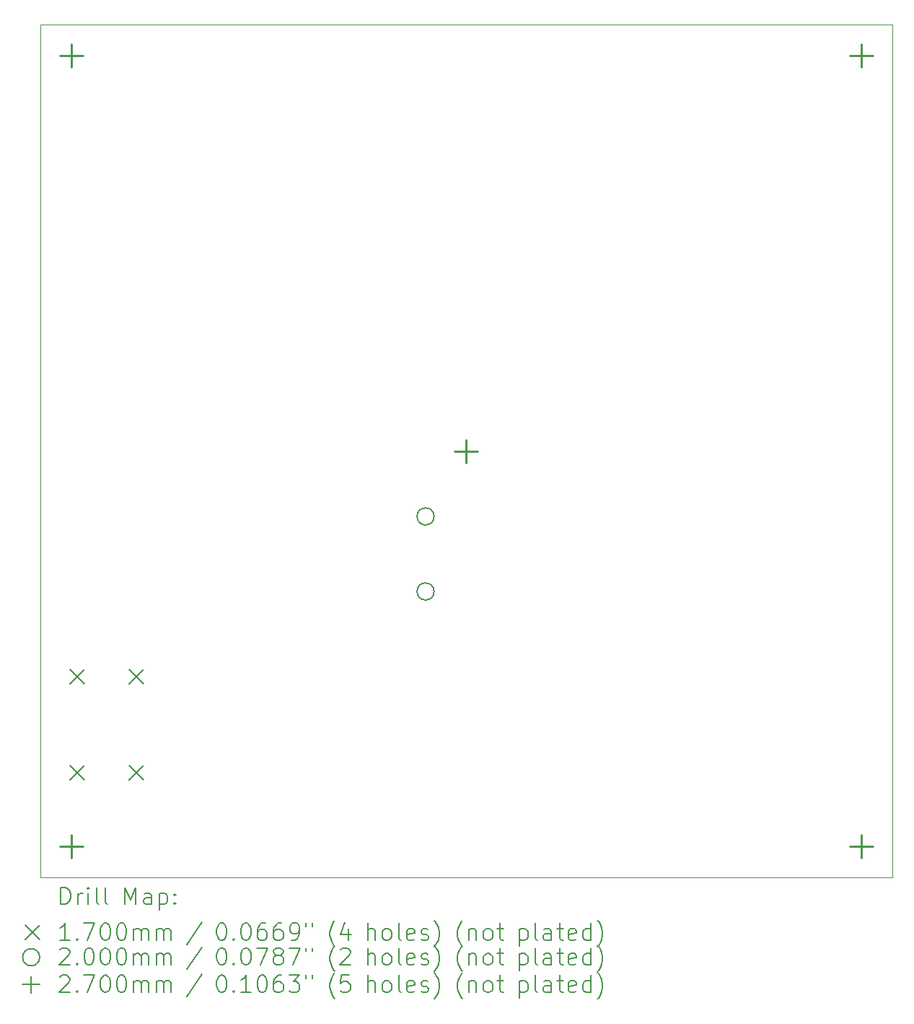
<source format=gbr>
%FSLAX45Y45*%
G04 Gerber Fmt 4.5, Leading zero omitted, Abs format (unit mm)*
G04 Created by KiCad (PCBNEW (6.99.0-1115-g98f4b1d16c)) date 2022-03-31 00:19:27*
%MOMM*%
%LPD*%
G01*
G04 APERTURE LIST*
%TA.AperFunction,Profile*%
%ADD10C,0.100000*%
%TD*%
%ADD11C,0.200000*%
%ADD12C,0.170000*%
%ADD13C,0.270000*%
G04 APERTURE END LIST*
D10*
X3763000Y-3763000D02*
X13763000Y-3763000D01*
X13763000Y-3763000D02*
X13763000Y-13763000D01*
X13763000Y-13763000D02*
X3763000Y-13763000D01*
X3763000Y-13763000D02*
X3763000Y-3763000D01*
D11*
D12*
X4110000Y-11319600D02*
X4280000Y-11489600D01*
X4280000Y-11319600D02*
X4110000Y-11489600D01*
X4110000Y-12449900D02*
X4280000Y-12619900D01*
X4280000Y-12449900D02*
X4110000Y-12619900D01*
X4810000Y-11319600D02*
X4980000Y-11489600D01*
X4980000Y-11319600D02*
X4810000Y-11489600D01*
X4810000Y-12449900D02*
X4980000Y-12619900D01*
X4980000Y-12449900D02*
X4810000Y-12619900D01*
D11*
X8387000Y-9529500D02*
G75*
G03*
X8387000Y-9529500I-100000J0D01*
G01*
X8387000Y-10409500D02*
G75*
G03*
X8387000Y-10409500I-100000J0D01*
G01*
D13*
X4127500Y-3992500D02*
X4127500Y-4262500D01*
X3992500Y-4127500D02*
X4262500Y-4127500D01*
X4127500Y-13263500D02*
X4127500Y-13533500D01*
X3992500Y-13398500D02*
X4262500Y-13398500D01*
X8763000Y-8628000D02*
X8763000Y-8898000D01*
X8628000Y-8763000D02*
X8898000Y-8763000D01*
X13398500Y-3992500D02*
X13398500Y-4262500D01*
X13263500Y-4127500D02*
X13533500Y-4127500D01*
X13398500Y-13263500D02*
X13398500Y-13533500D01*
X13263500Y-13398500D02*
X13533500Y-13398500D01*
D11*
X4005619Y-14078476D02*
X4005619Y-13878476D01*
X4005619Y-13878476D02*
X4053238Y-13878476D01*
X4053238Y-13878476D02*
X4081809Y-13888000D01*
X4081809Y-13888000D02*
X4100857Y-13907048D01*
X4100857Y-13907048D02*
X4110381Y-13926095D01*
X4110381Y-13926095D02*
X4119905Y-13964190D01*
X4119905Y-13964190D02*
X4119905Y-13992762D01*
X4119905Y-13992762D02*
X4110381Y-14030857D01*
X4110381Y-14030857D02*
X4100857Y-14049905D01*
X4100857Y-14049905D02*
X4081809Y-14068952D01*
X4081809Y-14068952D02*
X4053238Y-14078476D01*
X4053238Y-14078476D02*
X4005619Y-14078476D01*
X4205619Y-14078476D02*
X4205619Y-13945143D01*
X4205619Y-13983238D02*
X4215143Y-13964190D01*
X4215143Y-13964190D02*
X4224667Y-13954667D01*
X4224667Y-13954667D02*
X4243714Y-13945143D01*
X4243714Y-13945143D02*
X4262762Y-13945143D01*
X4329429Y-14078476D02*
X4329429Y-13945143D01*
X4329429Y-13878476D02*
X4319905Y-13888000D01*
X4319905Y-13888000D02*
X4329429Y-13897524D01*
X4329429Y-13897524D02*
X4338952Y-13888000D01*
X4338952Y-13888000D02*
X4329429Y-13878476D01*
X4329429Y-13878476D02*
X4329429Y-13897524D01*
X4453238Y-14078476D02*
X4434190Y-14068952D01*
X4434190Y-14068952D02*
X4424667Y-14049905D01*
X4424667Y-14049905D02*
X4424667Y-13878476D01*
X4558000Y-14078476D02*
X4538952Y-14068952D01*
X4538952Y-14068952D02*
X4529429Y-14049905D01*
X4529429Y-14049905D02*
X4529429Y-13878476D01*
X4754190Y-14078476D02*
X4754190Y-13878476D01*
X4754190Y-13878476D02*
X4820857Y-14021333D01*
X4820857Y-14021333D02*
X4887524Y-13878476D01*
X4887524Y-13878476D02*
X4887524Y-14078476D01*
X5068476Y-14078476D02*
X5068476Y-13973714D01*
X5068476Y-13973714D02*
X5058952Y-13954667D01*
X5058952Y-13954667D02*
X5039905Y-13945143D01*
X5039905Y-13945143D02*
X5001809Y-13945143D01*
X5001809Y-13945143D02*
X4982762Y-13954667D01*
X5068476Y-14068952D02*
X5049429Y-14078476D01*
X5049429Y-14078476D02*
X5001809Y-14078476D01*
X5001809Y-14078476D02*
X4982762Y-14068952D01*
X4982762Y-14068952D02*
X4973238Y-14049905D01*
X4973238Y-14049905D02*
X4973238Y-14030857D01*
X4973238Y-14030857D02*
X4982762Y-14011809D01*
X4982762Y-14011809D02*
X5001809Y-14002286D01*
X5001809Y-14002286D02*
X5049429Y-14002286D01*
X5049429Y-14002286D02*
X5068476Y-13992762D01*
X5163714Y-13945143D02*
X5163714Y-14145143D01*
X5163714Y-13954667D02*
X5182762Y-13945143D01*
X5182762Y-13945143D02*
X5220857Y-13945143D01*
X5220857Y-13945143D02*
X5239905Y-13954667D01*
X5239905Y-13954667D02*
X5249429Y-13964190D01*
X5249429Y-13964190D02*
X5258952Y-13983238D01*
X5258952Y-13983238D02*
X5258952Y-14040381D01*
X5258952Y-14040381D02*
X5249429Y-14059428D01*
X5249429Y-14059428D02*
X5239905Y-14068952D01*
X5239905Y-14068952D02*
X5220857Y-14078476D01*
X5220857Y-14078476D02*
X5182762Y-14078476D01*
X5182762Y-14078476D02*
X5163714Y-14068952D01*
X5344667Y-14059428D02*
X5354190Y-14068952D01*
X5354190Y-14068952D02*
X5344667Y-14078476D01*
X5344667Y-14078476D02*
X5335143Y-14068952D01*
X5335143Y-14068952D02*
X5344667Y-14059428D01*
X5344667Y-14059428D02*
X5344667Y-14078476D01*
X5344667Y-13954667D02*
X5354190Y-13964190D01*
X5354190Y-13964190D02*
X5344667Y-13973714D01*
X5344667Y-13973714D02*
X5335143Y-13964190D01*
X5335143Y-13964190D02*
X5344667Y-13954667D01*
X5344667Y-13954667D02*
X5344667Y-13973714D01*
D12*
X3588000Y-14323000D02*
X3758000Y-14493000D01*
X3758000Y-14323000D02*
X3588000Y-14493000D01*
D11*
X4110381Y-14498476D02*
X3996095Y-14498476D01*
X4053238Y-14498476D02*
X4053238Y-14298476D01*
X4053238Y-14298476D02*
X4034190Y-14327048D01*
X4034190Y-14327048D02*
X4015143Y-14346095D01*
X4015143Y-14346095D02*
X3996095Y-14355619D01*
X4196095Y-14479428D02*
X4205619Y-14488952D01*
X4205619Y-14488952D02*
X4196095Y-14498476D01*
X4196095Y-14498476D02*
X4186571Y-14488952D01*
X4186571Y-14488952D02*
X4196095Y-14479428D01*
X4196095Y-14479428D02*
X4196095Y-14498476D01*
X4272286Y-14298476D02*
X4405619Y-14298476D01*
X4405619Y-14298476D02*
X4319905Y-14498476D01*
X4519905Y-14298476D02*
X4538952Y-14298476D01*
X4538952Y-14298476D02*
X4558000Y-14308000D01*
X4558000Y-14308000D02*
X4567524Y-14317524D01*
X4567524Y-14317524D02*
X4577048Y-14336571D01*
X4577048Y-14336571D02*
X4586571Y-14374667D01*
X4586571Y-14374667D02*
X4586571Y-14422286D01*
X4586571Y-14422286D02*
X4577048Y-14460381D01*
X4577048Y-14460381D02*
X4567524Y-14479428D01*
X4567524Y-14479428D02*
X4558000Y-14488952D01*
X4558000Y-14488952D02*
X4538952Y-14498476D01*
X4538952Y-14498476D02*
X4519905Y-14498476D01*
X4519905Y-14498476D02*
X4500857Y-14488952D01*
X4500857Y-14488952D02*
X4491333Y-14479428D01*
X4491333Y-14479428D02*
X4481810Y-14460381D01*
X4481810Y-14460381D02*
X4472286Y-14422286D01*
X4472286Y-14422286D02*
X4472286Y-14374667D01*
X4472286Y-14374667D02*
X4481810Y-14336571D01*
X4481810Y-14336571D02*
X4491333Y-14317524D01*
X4491333Y-14317524D02*
X4500857Y-14308000D01*
X4500857Y-14308000D02*
X4519905Y-14298476D01*
X4710381Y-14298476D02*
X4729429Y-14298476D01*
X4729429Y-14298476D02*
X4748476Y-14308000D01*
X4748476Y-14308000D02*
X4758000Y-14317524D01*
X4758000Y-14317524D02*
X4767524Y-14336571D01*
X4767524Y-14336571D02*
X4777048Y-14374667D01*
X4777048Y-14374667D02*
X4777048Y-14422286D01*
X4777048Y-14422286D02*
X4767524Y-14460381D01*
X4767524Y-14460381D02*
X4758000Y-14479428D01*
X4758000Y-14479428D02*
X4748476Y-14488952D01*
X4748476Y-14488952D02*
X4729429Y-14498476D01*
X4729429Y-14498476D02*
X4710381Y-14498476D01*
X4710381Y-14498476D02*
X4691333Y-14488952D01*
X4691333Y-14488952D02*
X4681810Y-14479428D01*
X4681810Y-14479428D02*
X4672286Y-14460381D01*
X4672286Y-14460381D02*
X4662762Y-14422286D01*
X4662762Y-14422286D02*
X4662762Y-14374667D01*
X4662762Y-14374667D02*
X4672286Y-14336571D01*
X4672286Y-14336571D02*
X4681810Y-14317524D01*
X4681810Y-14317524D02*
X4691333Y-14308000D01*
X4691333Y-14308000D02*
X4710381Y-14298476D01*
X4862762Y-14498476D02*
X4862762Y-14365143D01*
X4862762Y-14384190D02*
X4872286Y-14374667D01*
X4872286Y-14374667D02*
X4891333Y-14365143D01*
X4891333Y-14365143D02*
X4919905Y-14365143D01*
X4919905Y-14365143D02*
X4938952Y-14374667D01*
X4938952Y-14374667D02*
X4948476Y-14393714D01*
X4948476Y-14393714D02*
X4948476Y-14498476D01*
X4948476Y-14393714D02*
X4958000Y-14374667D01*
X4958000Y-14374667D02*
X4977048Y-14365143D01*
X4977048Y-14365143D02*
X5005619Y-14365143D01*
X5005619Y-14365143D02*
X5024667Y-14374667D01*
X5024667Y-14374667D02*
X5034191Y-14393714D01*
X5034191Y-14393714D02*
X5034191Y-14498476D01*
X5129429Y-14498476D02*
X5129429Y-14365143D01*
X5129429Y-14384190D02*
X5138952Y-14374667D01*
X5138952Y-14374667D02*
X5158000Y-14365143D01*
X5158000Y-14365143D02*
X5186572Y-14365143D01*
X5186572Y-14365143D02*
X5205619Y-14374667D01*
X5205619Y-14374667D02*
X5215143Y-14393714D01*
X5215143Y-14393714D02*
X5215143Y-14498476D01*
X5215143Y-14393714D02*
X5224667Y-14374667D01*
X5224667Y-14374667D02*
X5243714Y-14365143D01*
X5243714Y-14365143D02*
X5272286Y-14365143D01*
X5272286Y-14365143D02*
X5291333Y-14374667D01*
X5291333Y-14374667D02*
X5300857Y-14393714D01*
X5300857Y-14393714D02*
X5300857Y-14498476D01*
X5658952Y-14288952D02*
X5487524Y-14546095D01*
X5883714Y-14298476D02*
X5902762Y-14298476D01*
X5902762Y-14298476D02*
X5921810Y-14308000D01*
X5921810Y-14308000D02*
X5931333Y-14317524D01*
X5931333Y-14317524D02*
X5940857Y-14336571D01*
X5940857Y-14336571D02*
X5950381Y-14374667D01*
X5950381Y-14374667D02*
X5950381Y-14422286D01*
X5950381Y-14422286D02*
X5940857Y-14460381D01*
X5940857Y-14460381D02*
X5931333Y-14479428D01*
X5931333Y-14479428D02*
X5921810Y-14488952D01*
X5921810Y-14488952D02*
X5902762Y-14498476D01*
X5902762Y-14498476D02*
X5883714Y-14498476D01*
X5883714Y-14498476D02*
X5864667Y-14488952D01*
X5864667Y-14488952D02*
X5855143Y-14479428D01*
X5855143Y-14479428D02*
X5845619Y-14460381D01*
X5845619Y-14460381D02*
X5836095Y-14422286D01*
X5836095Y-14422286D02*
X5836095Y-14374667D01*
X5836095Y-14374667D02*
X5845619Y-14336571D01*
X5845619Y-14336571D02*
X5855143Y-14317524D01*
X5855143Y-14317524D02*
X5864667Y-14308000D01*
X5864667Y-14308000D02*
X5883714Y-14298476D01*
X6036095Y-14479428D02*
X6045619Y-14488952D01*
X6045619Y-14488952D02*
X6036095Y-14498476D01*
X6036095Y-14498476D02*
X6026571Y-14488952D01*
X6026571Y-14488952D02*
X6036095Y-14479428D01*
X6036095Y-14479428D02*
X6036095Y-14498476D01*
X6169429Y-14298476D02*
X6188476Y-14298476D01*
X6188476Y-14298476D02*
X6207524Y-14308000D01*
X6207524Y-14308000D02*
X6217048Y-14317524D01*
X6217048Y-14317524D02*
X6226571Y-14336571D01*
X6226571Y-14336571D02*
X6236095Y-14374667D01*
X6236095Y-14374667D02*
X6236095Y-14422286D01*
X6236095Y-14422286D02*
X6226571Y-14460381D01*
X6226571Y-14460381D02*
X6217048Y-14479428D01*
X6217048Y-14479428D02*
X6207524Y-14488952D01*
X6207524Y-14488952D02*
X6188476Y-14498476D01*
X6188476Y-14498476D02*
X6169429Y-14498476D01*
X6169429Y-14498476D02*
X6150381Y-14488952D01*
X6150381Y-14488952D02*
X6140857Y-14479428D01*
X6140857Y-14479428D02*
X6131333Y-14460381D01*
X6131333Y-14460381D02*
X6121810Y-14422286D01*
X6121810Y-14422286D02*
X6121810Y-14374667D01*
X6121810Y-14374667D02*
X6131333Y-14336571D01*
X6131333Y-14336571D02*
X6140857Y-14317524D01*
X6140857Y-14317524D02*
X6150381Y-14308000D01*
X6150381Y-14308000D02*
X6169429Y-14298476D01*
X6407524Y-14298476D02*
X6369429Y-14298476D01*
X6369429Y-14298476D02*
X6350381Y-14308000D01*
X6350381Y-14308000D02*
X6340857Y-14317524D01*
X6340857Y-14317524D02*
X6321810Y-14346095D01*
X6321810Y-14346095D02*
X6312286Y-14384190D01*
X6312286Y-14384190D02*
X6312286Y-14460381D01*
X6312286Y-14460381D02*
X6321810Y-14479428D01*
X6321810Y-14479428D02*
X6331333Y-14488952D01*
X6331333Y-14488952D02*
X6350381Y-14498476D01*
X6350381Y-14498476D02*
X6388476Y-14498476D01*
X6388476Y-14498476D02*
X6407524Y-14488952D01*
X6407524Y-14488952D02*
X6417048Y-14479428D01*
X6417048Y-14479428D02*
X6426571Y-14460381D01*
X6426571Y-14460381D02*
X6426571Y-14412762D01*
X6426571Y-14412762D02*
X6417048Y-14393714D01*
X6417048Y-14393714D02*
X6407524Y-14384190D01*
X6407524Y-14384190D02*
X6388476Y-14374667D01*
X6388476Y-14374667D02*
X6350381Y-14374667D01*
X6350381Y-14374667D02*
X6331333Y-14384190D01*
X6331333Y-14384190D02*
X6321810Y-14393714D01*
X6321810Y-14393714D02*
X6312286Y-14412762D01*
X6598000Y-14298476D02*
X6559905Y-14298476D01*
X6559905Y-14298476D02*
X6540857Y-14308000D01*
X6540857Y-14308000D02*
X6531333Y-14317524D01*
X6531333Y-14317524D02*
X6512286Y-14346095D01*
X6512286Y-14346095D02*
X6502762Y-14384190D01*
X6502762Y-14384190D02*
X6502762Y-14460381D01*
X6502762Y-14460381D02*
X6512286Y-14479428D01*
X6512286Y-14479428D02*
X6521810Y-14488952D01*
X6521810Y-14488952D02*
X6540857Y-14498476D01*
X6540857Y-14498476D02*
X6578952Y-14498476D01*
X6578952Y-14498476D02*
X6598000Y-14488952D01*
X6598000Y-14488952D02*
X6607524Y-14479428D01*
X6607524Y-14479428D02*
X6617048Y-14460381D01*
X6617048Y-14460381D02*
X6617048Y-14412762D01*
X6617048Y-14412762D02*
X6607524Y-14393714D01*
X6607524Y-14393714D02*
X6598000Y-14384190D01*
X6598000Y-14384190D02*
X6578952Y-14374667D01*
X6578952Y-14374667D02*
X6540857Y-14374667D01*
X6540857Y-14374667D02*
X6521810Y-14384190D01*
X6521810Y-14384190D02*
X6512286Y-14393714D01*
X6512286Y-14393714D02*
X6502762Y-14412762D01*
X6712286Y-14498476D02*
X6750381Y-14498476D01*
X6750381Y-14498476D02*
X6769429Y-14488952D01*
X6769429Y-14488952D02*
X6778952Y-14479428D01*
X6778952Y-14479428D02*
X6798000Y-14450857D01*
X6798000Y-14450857D02*
X6807524Y-14412762D01*
X6807524Y-14412762D02*
X6807524Y-14336571D01*
X6807524Y-14336571D02*
X6798000Y-14317524D01*
X6798000Y-14317524D02*
X6788476Y-14308000D01*
X6788476Y-14308000D02*
X6769429Y-14298476D01*
X6769429Y-14298476D02*
X6731333Y-14298476D01*
X6731333Y-14298476D02*
X6712286Y-14308000D01*
X6712286Y-14308000D02*
X6702762Y-14317524D01*
X6702762Y-14317524D02*
X6693238Y-14336571D01*
X6693238Y-14336571D02*
X6693238Y-14384190D01*
X6693238Y-14384190D02*
X6702762Y-14403238D01*
X6702762Y-14403238D02*
X6712286Y-14412762D01*
X6712286Y-14412762D02*
X6731333Y-14422286D01*
X6731333Y-14422286D02*
X6769429Y-14422286D01*
X6769429Y-14422286D02*
X6788476Y-14412762D01*
X6788476Y-14412762D02*
X6798000Y-14403238D01*
X6798000Y-14403238D02*
X6807524Y-14384190D01*
X6883714Y-14298476D02*
X6883714Y-14336571D01*
X6959905Y-14298476D02*
X6959905Y-14336571D01*
X7222762Y-14574667D02*
X7213238Y-14565143D01*
X7213238Y-14565143D02*
X7194191Y-14536571D01*
X7194191Y-14536571D02*
X7184667Y-14517524D01*
X7184667Y-14517524D02*
X7175143Y-14488952D01*
X7175143Y-14488952D02*
X7165619Y-14441333D01*
X7165619Y-14441333D02*
X7165619Y-14403238D01*
X7165619Y-14403238D02*
X7175143Y-14355619D01*
X7175143Y-14355619D02*
X7184667Y-14327048D01*
X7184667Y-14327048D02*
X7194191Y-14308000D01*
X7194191Y-14308000D02*
X7213238Y-14279428D01*
X7213238Y-14279428D02*
X7222762Y-14269905D01*
X7384667Y-14365143D02*
X7384667Y-14498476D01*
X7337048Y-14288952D02*
X7289429Y-14431809D01*
X7289429Y-14431809D02*
X7413238Y-14431809D01*
X7609429Y-14498476D02*
X7609429Y-14298476D01*
X7695143Y-14498476D02*
X7695143Y-14393714D01*
X7695143Y-14393714D02*
X7685619Y-14374667D01*
X7685619Y-14374667D02*
X7666572Y-14365143D01*
X7666572Y-14365143D02*
X7638000Y-14365143D01*
X7638000Y-14365143D02*
X7618952Y-14374667D01*
X7618952Y-14374667D02*
X7609429Y-14384190D01*
X7818952Y-14498476D02*
X7799905Y-14488952D01*
X7799905Y-14488952D02*
X7790381Y-14479428D01*
X7790381Y-14479428D02*
X7780857Y-14460381D01*
X7780857Y-14460381D02*
X7780857Y-14403238D01*
X7780857Y-14403238D02*
X7790381Y-14384190D01*
X7790381Y-14384190D02*
X7799905Y-14374667D01*
X7799905Y-14374667D02*
X7818952Y-14365143D01*
X7818952Y-14365143D02*
X7847524Y-14365143D01*
X7847524Y-14365143D02*
X7866572Y-14374667D01*
X7866572Y-14374667D02*
X7876095Y-14384190D01*
X7876095Y-14384190D02*
X7885619Y-14403238D01*
X7885619Y-14403238D02*
X7885619Y-14460381D01*
X7885619Y-14460381D02*
X7876095Y-14479428D01*
X7876095Y-14479428D02*
X7866572Y-14488952D01*
X7866572Y-14488952D02*
X7847524Y-14498476D01*
X7847524Y-14498476D02*
X7818952Y-14498476D01*
X7999905Y-14498476D02*
X7980857Y-14488952D01*
X7980857Y-14488952D02*
X7971333Y-14469905D01*
X7971333Y-14469905D02*
X7971333Y-14298476D01*
X8152286Y-14488952D02*
X8133238Y-14498476D01*
X8133238Y-14498476D02*
X8095143Y-14498476D01*
X8095143Y-14498476D02*
X8076095Y-14488952D01*
X8076095Y-14488952D02*
X8066572Y-14469905D01*
X8066572Y-14469905D02*
X8066572Y-14393714D01*
X8066572Y-14393714D02*
X8076095Y-14374667D01*
X8076095Y-14374667D02*
X8095143Y-14365143D01*
X8095143Y-14365143D02*
X8133238Y-14365143D01*
X8133238Y-14365143D02*
X8152286Y-14374667D01*
X8152286Y-14374667D02*
X8161810Y-14393714D01*
X8161810Y-14393714D02*
X8161810Y-14412762D01*
X8161810Y-14412762D02*
X8066572Y-14431809D01*
X8238000Y-14488952D02*
X8257048Y-14498476D01*
X8257048Y-14498476D02*
X8295143Y-14498476D01*
X8295143Y-14498476D02*
X8314191Y-14488952D01*
X8314191Y-14488952D02*
X8323714Y-14469905D01*
X8323714Y-14469905D02*
X8323714Y-14460381D01*
X8323714Y-14460381D02*
X8314191Y-14441333D01*
X8314191Y-14441333D02*
X8295143Y-14431809D01*
X8295143Y-14431809D02*
X8266572Y-14431809D01*
X8266572Y-14431809D02*
X8247524Y-14422286D01*
X8247524Y-14422286D02*
X8238000Y-14403238D01*
X8238000Y-14403238D02*
X8238000Y-14393714D01*
X8238000Y-14393714D02*
X8247524Y-14374667D01*
X8247524Y-14374667D02*
X8266572Y-14365143D01*
X8266572Y-14365143D02*
X8295143Y-14365143D01*
X8295143Y-14365143D02*
X8314191Y-14374667D01*
X8390381Y-14574667D02*
X8399905Y-14565143D01*
X8399905Y-14565143D02*
X8418953Y-14536571D01*
X8418953Y-14536571D02*
X8428476Y-14517524D01*
X8428476Y-14517524D02*
X8438000Y-14488952D01*
X8438000Y-14488952D02*
X8447524Y-14441333D01*
X8447524Y-14441333D02*
X8447524Y-14403238D01*
X8447524Y-14403238D02*
X8438000Y-14355619D01*
X8438000Y-14355619D02*
X8428476Y-14327048D01*
X8428476Y-14327048D02*
X8418953Y-14308000D01*
X8418953Y-14308000D02*
X8399905Y-14279428D01*
X8399905Y-14279428D02*
X8390381Y-14269905D01*
X8719905Y-14574667D02*
X8710381Y-14565143D01*
X8710381Y-14565143D02*
X8691334Y-14536571D01*
X8691334Y-14536571D02*
X8681810Y-14517524D01*
X8681810Y-14517524D02*
X8672286Y-14488952D01*
X8672286Y-14488952D02*
X8662762Y-14441333D01*
X8662762Y-14441333D02*
X8662762Y-14403238D01*
X8662762Y-14403238D02*
X8672286Y-14355619D01*
X8672286Y-14355619D02*
X8681810Y-14327048D01*
X8681810Y-14327048D02*
X8691334Y-14308000D01*
X8691334Y-14308000D02*
X8710381Y-14279428D01*
X8710381Y-14279428D02*
X8719905Y-14269905D01*
X8796095Y-14365143D02*
X8796095Y-14498476D01*
X8796095Y-14384190D02*
X8805619Y-14374667D01*
X8805619Y-14374667D02*
X8824667Y-14365143D01*
X8824667Y-14365143D02*
X8853238Y-14365143D01*
X8853238Y-14365143D02*
X8872286Y-14374667D01*
X8872286Y-14374667D02*
X8881810Y-14393714D01*
X8881810Y-14393714D02*
X8881810Y-14498476D01*
X9005619Y-14498476D02*
X8986572Y-14488952D01*
X8986572Y-14488952D02*
X8977048Y-14479428D01*
X8977048Y-14479428D02*
X8967524Y-14460381D01*
X8967524Y-14460381D02*
X8967524Y-14403238D01*
X8967524Y-14403238D02*
X8977048Y-14384190D01*
X8977048Y-14384190D02*
X8986572Y-14374667D01*
X8986572Y-14374667D02*
X9005619Y-14365143D01*
X9005619Y-14365143D02*
X9034191Y-14365143D01*
X9034191Y-14365143D02*
X9053238Y-14374667D01*
X9053238Y-14374667D02*
X9062762Y-14384190D01*
X9062762Y-14384190D02*
X9072286Y-14403238D01*
X9072286Y-14403238D02*
X9072286Y-14460381D01*
X9072286Y-14460381D02*
X9062762Y-14479428D01*
X9062762Y-14479428D02*
X9053238Y-14488952D01*
X9053238Y-14488952D02*
X9034191Y-14498476D01*
X9034191Y-14498476D02*
X9005619Y-14498476D01*
X9129429Y-14365143D02*
X9205619Y-14365143D01*
X9158000Y-14298476D02*
X9158000Y-14469905D01*
X9158000Y-14469905D02*
X9167524Y-14488952D01*
X9167524Y-14488952D02*
X9186572Y-14498476D01*
X9186572Y-14498476D02*
X9205619Y-14498476D01*
X9392286Y-14365143D02*
X9392286Y-14565143D01*
X9392286Y-14374667D02*
X9411334Y-14365143D01*
X9411334Y-14365143D02*
X9449429Y-14365143D01*
X9449429Y-14365143D02*
X9468476Y-14374667D01*
X9468476Y-14374667D02*
X9478000Y-14384190D01*
X9478000Y-14384190D02*
X9487524Y-14403238D01*
X9487524Y-14403238D02*
X9487524Y-14460381D01*
X9487524Y-14460381D02*
X9478000Y-14479428D01*
X9478000Y-14479428D02*
X9468476Y-14488952D01*
X9468476Y-14488952D02*
X9449429Y-14498476D01*
X9449429Y-14498476D02*
X9411334Y-14498476D01*
X9411334Y-14498476D02*
X9392286Y-14488952D01*
X9601810Y-14498476D02*
X9582762Y-14488952D01*
X9582762Y-14488952D02*
X9573238Y-14469905D01*
X9573238Y-14469905D02*
X9573238Y-14298476D01*
X9763715Y-14498476D02*
X9763715Y-14393714D01*
X9763715Y-14393714D02*
X9754191Y-14374667D01*
X9754191Y-14374667D02*
X9735143Y-14365143D01*
X9735143Y-14365143D02*
X9697048Y-14365143D01*
X9697048Y-14365143D02*
X9678000Y-14374667D01*
X9763715Y-14488952D02*
X9744667Y-14498476D01*
X9744667Y-14498476D02*
X9697048Y-14498476D01*
X9697048Y-14498476D02*
X9678000Y-14488952D01*
X9678000Y-14488952D02*
X9668476Y-14469905D01*
X9668476Y-14469905D02*
X9668476Y-14450857D01*
X9668476Y-14450857D02*
X9678000Y-14431809D01*
X9678000Y-14431809D02*
X9697048Y-14422286D01*
X9697048Y-14422286D02*
X9744667Y-14422286D01*
X9744667Y-14422286D02*
X9763715Y-14412762D01*
X9830381Y-14365143D02*
X9906572Y-14365143D01*
X9858953Y-14298476D02*
X9858953Y-14469905D01*
X9858953Y-14469905D02*
X9868476Y-14488952D01*
X9868476Y-14488952D02*
X9887524Y-14498476D01*
X9887524Y-14498476D02*
X9906572Y-14498476D01*
X10049429Y-14488952D02*
X10030381Y-14498476D01*
X10030381Y-14498476D02*
X9992286Y-14498476D01*
X9992286Y-14498476D02*
X9973238Y-14488952D01*
X9973238Y-14488952D02*
X9963715Y-14469905D01*
X9963715Y-14469905D02*
X9963715Y-14393714D01*
X9963715Y-14393714D02*
X9973238Y-14374667D01*
X9973238Y-14374667D02*
X9992286Y-14365143D01*
X9992286Y-14365143D02*
X10030381Y-14365143D01*
X10030381Y-14365143D02*
X10049429Y-14374667D01*
X10049429Y-14374667D02*
X10058953Y-14393714D01*
X10058953Y-14393714D02*
X10058953Y-14412762D01*
X10058953Y-14412762D02*
X9963715Y-14431809D01*
X10230381Y-14498476D02*
X10230381Y-14298476D01*
X10230381Y-14488952D02*
X10211334Y-14498476D01*
X10211334Y-14498476D02*
X10173238Y-14498476D01*
X10173238Y-14498476D02*
X10154191Y-14488952D01*
X10154191Y-14488952D02*
X10144667Y-14479428D01*
X10144667Y-14479428D02*
X10135143Y-14460381D01*
X10135143Y-14460381D02*
X10135143Y-14403238D01*
X10135143Y-14403238D02*
X10144667Y-14384190D01*
X10144667Y-14384190D02*
X10154191Y-14374667D01*
X10154191Y-14374667D02*
X10173238Y-14365143D01*
X10173238Y-14365143D02*
X10211334Y-14365143D01*
X10211334Y-14365143D02*
X10230381Y-14374667D01*
X10306572Y-14574667D02*
X10316096Y-14565143D01*
X10316096Y-14565143D02*
X10335143Y-14536571D01*
X10335143Y-14536571D02*
X10344667Y-14517524D01*
X10344667Y-14517524D02*
X10354191Y-14488952D01*
X10354191Y-14488952D02*
X10363715Y-14441333D01*
X10363715Y-14441333D02*
X10363715Y-14403238D01*
X10363715Y-14403238D02*
X10354191Y-14355619D01*
X10354191Y-14355619D02*
X10344667Y-14327048D01*
X10344667Y-14327048D02*
X10335143Y-14308000D01*
X10335143Y-14308000D02*
X10316096Y-14279428D01*
X10316096Y-14279428D02*
X10306572Y-14269905D01*
X3758000Y-14698000D02*
G75*
G03*
X3758000Y-14698000I-100000J0D01*
G01*
X3996095Y-14607524D02*
X4005619Y-14598000D01*
X4005619Y-14598000D02*
X4024667Y-14588476D01*
X4024667Y-14588476D02*
X4072286Y-14588476D01*
X4072286Y-14588476D02*
X4091333Y-14598000D01*
X4091333Y-14598000D02*
X4100857Y-14607524D01*
X4100857Y-14607524D02*
X4110381Y-14626571D01*
X4110381Y-14626571D02*
X4110381Y-14645619D01*
X4110381Y-14645619D02*
X4100857Y-14674190D01*
X4100857Y-14674190D02*
X3986571Y-14788476D01*
X3986571Y-14788476D02*
X4110381Y-14788476D01*
X4196095Y-14769428D02*
X4205619Y-14778952D01*
X4205619Y-14778952D02*
X4196095Y-14788476D01*
X4196095Y-14788476D02*
X4186571Y-14778952D01*
X4186571Y-14778952D02*
X4196095Y-14769428D01*
X4196095Y-14769428D02*
X4196095Y-14788476D01*
X4329429Y-14588476D02*
X4348476Y-14588476D01*
X4348476Y-14588476D02*
X4367524Y-14598000D01*
X4367524Y-14598000D02*
X4377048Y-14607524D01*
X4377048Y-14607524D02*
X4386571Y-14626571D01*
X4386571Y-14626571D02*
X4396095Y-14664667D01*
X4396095Y-14664667D02*
X4396095Y-14712286D01*
X4396095Y-14712286D02*
X4386571Y-14750381D01*
X4386571Y-14750381D02*
X4377048Y-14769428D01*
X4377048Y-14769428D02*
X4367524Y-14778952D01*
X4367524Y-14778952D02*
X4348476Y-14788476D01*
X4348476Y-14788476D02*
X4329429Y-14788476D01*
X4329429Y-14788476D02*
X4310381Y-14778952D01*
X4310381Y-14778952D02*
X4300857Y-14769428D01*
X4300857Y-14769428D02*
X4291333Y-14750381D01*
X4291333Y-14750381D02*
X4281810Y-14712286D01*
X4281810Y-14712286D02*
X4281810Y-14664667D01*
X4281810Y-14664667D02*
X4291333Y-14626571D01*
X4291333Y-14626571D02*
X4300857Y-14607524D01*
X4300857Y-14607524D02*
X4310381Y-14598000D01*
X4310381Y-14598000D02*
X4329429Y-14588476D01*
X4519905Y-14588476D02*
X4538952Y-14588476D01*
X4538952Y-14588476D02*
X4558000Y-14598000D01*
X4558000Y-14598000D02*
X4567524Y-14607524D01*
X4567524Y-14607524D02*
X4577048Y-14626571D01*
X4577048Y-14626571D02*
X4586571Y-14664667D01*
X4586571Y-14664667D02*
X4586571Y-14712286D01*
X4586571Y-14712286D02*
X4577048Y-14750381D01*
X4577048Y-14750381D02*
X4567524Y-14769428D01*
X4567524Y-14769428D02*
X4558000Y-14778952D01*
X4558000Y-14778952D02*
X4538952Y-14788476D01*
X4538952Y-14788476D02*
X4519905Y-14788476D01*
X4519905Y-14788476D02*
X4500857Y-14778952D01*
X4500857Y-14778952D02*
X4491333Y-14769428D01*
X4491333Y-14769428D02*
X4481810Y-14750381D01*
X4481810Y-14750381D02*
X4472286Y-14712286D01*
X4472286Y-14712286D02*
X4472286Y-14664667D01*
X4472286Y-14664667D02*
X4481810Y-14626571D01*
X4481810Y-14626571D02*
X4491333Y-14607524D01*
X4491333Y-14607524D02*
X4500857Y-14598000D01*
X4500857Y-14598000D02*
X4519905Y-14588476D01*
X4710381Y-14588476D02*
X4729429Y-14588476D01*
X4729429Y-14588476D02*
X4748476Y-14598000D01*
X4748476Y-14598000D02*
X4758000Y-14607524D01*
X4758000Y-14607524D02*
X4767524Y-14626571D01*
X4767524Y-14626571D02*
X4777048Y-14664667D01*
X4777048Y-14664667D02*
X4777048Y-14712286D01*
X4777048Y-14712286D02*
X4767524Y-14750381D01*
X4767524Y-14750381D02*
X4758000Y-14769428D01*
X4758000Y-14769428D02*
X4748476Y-14778952D01*
X4748476Y-14778952D02*
X4729429Y-14788476D01*
X4729429Y-14788476D02*
X4710381Y-14788476D01*
X4710381Y-14788476D02*
X4691333Y-14778952D01*
X4691333Y-14778952D02*
X4681810Y-14769428D01*
X4681810Y-14769428D02*
X4672286Y-14750381D01*
X4672286Y-14750381D02*
X4662762Y-14712286D01*
X4662762Y-14712286D02*
X4662762Y-14664667D01*
X4662762Y-14664667D02*
X4672286Y-14626571D01*
X4672286Y-14626571D02*
X4681810Y-14607524D01*
X4681810Y-14607524D02*
X4691333Y-14598000D01*
X4691333Y-14598000D02*
X4710381Y-14588476D01*
X4862762Y-14788476D02*
X4862762Y-14655143D01*
X4862762Y-14674190D02*
X4872286Y-14664667D01*
X4872286Y-14664667D02*
X4891333Y-14655143D01*
X4891333Y-14655143D02*
X4919905Y-14655143D01*
X4919905Y-14655143D02*
X4938952Y-14664667D01*
X4938952Y-14664667D02*
X4948476Y-14683714D01*
X4948476Y-14683714D02*
X4948476Y-14788476D01*
X4948476Y-14683714D02*
X4958000Y-14664667D01*
X4958000Y-14664667D02*
X4977048Y-14655143D01*
X4977048Y-14655143D02*
X5005619Y-14655143D01*
X5005619Y-14655143D02*
X5024667Y-14664667D01*
X5024667Y-14664667D02*
X5034191Y-14683714D01*
X5034191Y-14683714D02*
X5034191Y-14788476D01*
X5129429Y-14788476D02*
X5129429Y-14655143D01*
X5129429Y-14674190D02*
X5138952Y-14664667D01*
X5138952Y-14664667D02*
X5158000Y-14655143D01*
X5158000Y-14655143D02*
X5186572Y-14655143D01*
X5186572Y-14655143D02*
X5205619Y-14664667D01*
X5205619Y-14664667D02*
X5215143Y-14683714D01*
X5215143Y-14683714D02*
X5215143Y-14788476D01*
X5215143Y-14683714D02*
X5224667Y-14664667D01*
X5224667Y-14664667D02*
X5243714Y-14655143D01*
X5243714Y-14655143D02*
X5272286Y-14655143D01*
X5272286Y-14655143D02*
X5291333Y-14664667D01*
X5291333Y-14664667D02*
X5300857Y-14683714D01*
X5300857Y-14683714D02*
X5300857Y-14788476D01*
X5658952Y-14578952D02*
X5487524Y-14836095D01*
X5883714Y-14588476D02*
X5902762Y-14588476D01*
X5902762Y-14588476D02*
X5921810Y-14598000D01*
X5921810Y-14598000D02*
X5931333Y-14607524D01*
X5931333Y-14607524D02*
X5940857Y-14626571D01*
X5940857Y-14626571D02*
X5950381Y-14664667D01*
X5950381Y-14664667D02*
X5950381Y-14712286D01*
X5950381Y-14712286D02*
X5940857Y-14750381D01*
X5940857Y-14750381D02*
X5931333Y-14769428D01*
X5931333Y-14769428D02*
X5921810Y-14778952D01*
X5921810Y-14778952D02*
X5902762Y-14788476D01*
X5902762Y-14788476D02*
X5883714Y-14788476D01*
X5883714Y-14788476D02*
X5864667Y-14778952D01*
X5864667Y-14778952D02*
X5855143Y-14769428D01*
X5855143Y-14769428D02*
X5845619Y-14750381D01*
X5845619Y-14750381D02*
X5836095Y-14712286D01*
X5836095Y-14712286D02*
X5836095Y-14664667D01*
X5836095Y-14664667D02*
X5845619Y-14626571D01*
X5845619Y-14626571D02*
X5855143Y-14607524D01*
X5855143Y-14607524D02*
X5864667Y-14598000D01*
X5864667Y-14598000D02*
X5883714Y-14588476D01*
X6036095Y-14769428D02*
X6045619Y-14778952D01*
X6045619Y-14778952D02*
X6036095Y-14788476D01*
X6036095Y-14788476D02*
X6026571Y-14778952D01*
X6026571Y-14778952D02*
X6036095Y-14769428D01*
X6036095Y-14769428D02*
X6036095Y-14788476D01*
X6169429Y-14588476D02*
X6188476Y-14588476D01*
X6188476Y-14588476D02*
X6207524Y-14598000D01*
X6207524Y-14598000D02*
X6217048Y-14607524D01*
X6217048Y-14607524D02*
X6226571Y-14626571D01*
X6226571Y-14626571D02*
X6236095Y-14664667D01*
X6236095Y-14664667D02*
X6236095Y-14712286D01*
X6236095Y-14712286D02*
X6226571Y-14750381D01*
X6226571Y-14750381D02*
X6217048Y-14769428D01*
X6217048Y-14769428D02*
X6207524Y-14778952D01*
X6207524Y-14778952D02*
X6188476Y-14788476D01*
X6188476Y-14788476D02*
X6169429Y-14788476D01*
X6169429Y-14788476D02*
X6150381Y-14778952D01*
X6150381Y-14778952D02*
X6140857Y-14769428D01*
X6140857Y-14769428D02*
X6131333Y-14750381D01*
X6131333Y-14750381D02*
X6121810Y-14712286D01*
X6121810Y-14712286D02*
X6121810Y-14664667D01*
X6121810Y-14664667D02*
X6131333Y-14626571D01*
X6131333Y-14626571D02*
X6140857Y-14607524D01*
X6140857Y-14607524D02*
X6150381Y-14598000D01*
X6150381Y-14598000D02*
X6169429Y-14588476D01*
X6302762Y-14588476D02*
X6436095Y-14588476D01*
X6436095Y-14588476D02*
X6350381Y-14788476D01*
X6540857Y-14674190D02*
X6521810Y-14664667D01*
X6521810Y-14664667D02*
X6512286Y-14655143D01*
X6512286Y-14655143D02*
X6502762Y-14636095D01*
X6502762Y-14636095D02*
X6502762Y-14626571D01*
X6502762Y-14626571D02*
X6512286Y-14607524D01*
X6512286Y-14607524D02*
X6521810Y-14598000D01*
X6521810Y-14598000D02*
X6540857Y-14588476D01*
X6540857Y-14588476D02*
X6578952Y-14588476D01*
X6578952Y-14588476D02*
X6598000Y-14598000D01*
X6598000Y-14598000D02*
X6607524Y-14607524D01*
X6607524Y-14607524D02*
X6617048Y-14626571D01*
X6617048Y-14626571D02*
X6617048Y-14636095D01*
X6617048Y-14636095D02*
X6607524Y-14655143D01*
X6607524Y-14655143D02*
X6598000Y-14664667D01*
X6598000Y-14664667D02*
X6578952Y-14674190D01*
X6578952Y-14674190D02*
X6540857Y-14674190D01*
X6540857Y-14674190D02*
X6521810Y-14683714D01*
X6521810Y-14683714D02*
X6512286Y-14693238D01*
X6512286Y-14693238D02*
X6502762Y-14712286D01*
X6502762Y-14712286D02*
X6502762Y-14750381D01*
X6502762Y-14750381D02*
X6512286Y-14769428D01*
X6512286Y-14769428D02*
X6521810Y-14778952D01*
X6521810Y-14778952D02*
X6540857Y-14788476D01*
X6540857Y-14788476D02*
X6578952Y-14788476D01*
X6578952Y-14788476D02*
X6598000Y-14778952D01*
X6598000Y-14778952D02*
X6607524Y-14769428D01*
X6607524Y-14769428D02*
X6617048Y-14750381D01*
X6617048Y-14750381D02*
X6617048Y-14712286D01*
X6617048Y-14712286D02*
X6607524Y-14693238D01*
X6607524Y-14693238D02*
X6598000Y-14683714D01*
X6598000Y-14683714D02*
X6578952Y-14674190D01*
X6683714Y-14588476D02*
X6817048Y-14588476D01*
X6817048Y-14588476D02*
X6731333Y-14788476D01*
X6883714Y-14588476D02*
X6883714Y-14626571D01*
X6959905Y-14588476D02*
X6959905Y-14626571D01*
X7222762Y-14864667D02*
X7213238Y-14855143D01*
X7213238Y-14855143D02*
X7194191Y-14826571D01*
X7194191Y-14826571D02*
X7184667Y-14807524D01*
X7184667Y-14807524D02*
X7175143Y-14778952D01*
X7175143Y-14778952D02*
X7165619Y-14731333D01*
X7165619Y-14731333D02*
X7165619Y-14693238D01*
X7165619Y-14693238D02*
X7175143Y-14645619D01*
X7175143Y-14645619D02*
X7184667Y-14617048D01*
X7184667Y-14617048D02*
X7194191Y-14598000D01*
X7194191Y-14598000D02*
X7213238Y-14569428D01*
X7213238Y-14569428D02*
X7222762Y-14559905D01*
X7289429Y-14607524D02*
X7298952Y-14598000D01*
X7298952Y-14598000D02*
X7318000Y-14588476D01*
X7318000Y-14588476D02*
X7365619Y-14588476D01*
X7365619Y-14588476D02*
X7384667Y-14598000D01*
X7384667Y-14598000D02*
X7394191Y-14607524D01*
X7394191Y-14607524D02*
X7403714Y-14626571D01*
X7403714Y-14626571D02*
X7403714Y-14645619D01*
X7403714Y-14645619D02*
X7394191Y-14674190D01*
X7394191Y-14674190D02*
X7279905Y-14788476D01*
X7279905Y-14788476D02*
X7403714Y-14788476D01*
X7609429Y-14788476D02*
X7609429Y-14588476D01*
X7695143Y-14788476D02*
X7695143Y-14683714D01*
X7695143Y-14683714D02*
X7685619Y-14664667D01*
X7685619Y-14664667D02*
X7666572Y-14655143D01*
X7666572Y-14655143D02*
X7638000Y-14655143D01*
X7638000Y-14655143D02*
X7618952Y-14664667D01*
X7618952Y-14664667D02*
X7609429Y-14674190D01*
X7818952Y-14788476D02*
X7799905Y-14778952D01*
X7799905Y-14778952D02*
X7790381Y-14769428D01*
X7790381Y-14769428D02*
X7780857Y-14750381D01*
X7780857Y-14750381D02*
X7780857Y-14693238D01*
X7780857Y-14693238D02*
X7790381Y-14674190D01*
X7790381Y-14674190D02*
X7799905Y-14664667D01*
X7799905Y-14664667D02*
X7818952Y-14655143D01*
X7818952Y-14655143D02*
X7847524Y-14655143D01*
X7847524Y-14655143D02*
X7866572Y-14664667D01*
X7866572Y-14664667D02*
X7876095Y-14674190D01*
X7876095Y-14674190D02*
X7885619Y-14693238D01*
X7885619Y-14693238D02*
X7885619Y-14750381D01*
X7885619Y-14750381D02*
X7876095Y-14769428D01*
X7876095Y-14769428D02*
X7866572Y-14778952D01*
X7866572Y-14778952D02*
X7847524Y-14788476D01*
X7847524Y-14788476D02*
X7818952Y-14788476D01*
X7999905Y-14788476D02*
X7980857Y-14778952D01*
X7980857Y-14778952D02*
X7971333Y-14759905D01*
X7971333Y-14759905D02*
X7971333Y-14588476D01*
X8152286Y-14778952D02*
X8133238Y-14788476D01*
X8133238Y-14788476D02*
X8095143Y-14788476D01*
X8095143Y-14788476D02*
X8076095Y-14778952D01*
X8076095Y-14778952D02*
X8066572Y-14759905D01*
X8066572Y-14759905D02*
X8066572Y-14683714D01*
X8066572Y-14683714D02*
X8076095Y-14664667D01*
X8076095Y-14664667D02*
X8095143Y-14655143D01*
X8095143Y-14655143D02*
X8133238Y-14655143D01*
X8133238Y-14655143D02*
X8152286Y-14664667D01*
X8152286Y-14664667D02*
X8161810Y-14683714D01*
X8161810Y-14683714D02*
X8161810Y-14702762D01*
X8161810Y-14702762D02*
X8066572Y-14721809D01*
X8238000Y-14778952D02*
X8257048Y-14788476D01*
X8257048Y-14788476D02*
X8295143Y-14788476D01*
X8295143Y-14788476D02*
X8314191Y-14778952D01*
X8314191Y-14778952D02*
X8323714Y-14759905D01*
X8323714Y-14759905D02*
X8323714Y-14750381D01*
X8323714Y-14750381D02*
X8314191Y-14731333D01*
X8314191Y-14731333D02*
X8295143Y-14721809D01*
X8295143Y-14721809D02*
X8266572Y-14721809D01*
X8266572Y-14721809D02*
X8247524Y-14712286D01*
X8247524Y-14712286D02*
X8238000Y-14693238D01*
X8238000Y-14693238D02*
X8238000Y-14683714D01*
X8238000Y-14683714D02*
X8247524Y-14664667D01*
X8247524Y-14664667D02*
X8266572Y-14655143D01*
X8266572Y-14655143D02*
X8295143Y-14655143D01*
X8295143Y-14655143D02*
X8314191Y-14664667D01*
X8390381Y-14864667D02*
X8399905Y-14855143D01*
X8399905Y-14855143D02*
X8418953Y-14826571D01*
X8418953Y-14826571D02*
X8428476Y-14807524D01*
X8428476Y-14807524D02*
X8438000Y-14778952D01*
X8438000Y-14778952D02*
X8447524Y-14731333D01*
X8447524Y-14731333D02*
X8447524Y-14693238D01*
X8447524Y-14693238D02*
X8438000Y-14645619D01*
X8438000Y-14645619D02*
X8428476Y-14617048D01*
X8428476Y-14617048D02*
X8418953Y-14598000D01*
X8418953Y-14598000D02*
X8399905Y-14569428D01*
X8399905Y-14569428D02*
X8390381Y-14559905D01*
X8719905Y-14864667D02*
X8710381Y-14855143D01*
X8710381Y-14855143D02*
X8691334Y-14826571D01*
X8691334Y-14826571D02*
X8681810Y-14807524D01*
X8681810Y-14807524D02*
X8672286Y-14778952D01*
X8672286Y-14778952D02*
X8662762Y-14731333D01*
X8662762Y-14731333D02*
X8662762Y-14693238D01*
X8662762Y-14693238D02*
X8672286Y-14645619D01*
X8672286Y-14645619D02*
X8681810Y-14617048D01*
X8681810Y-14617048D02*
X8691334Y-14598000D01*
X8691334Y-14598000D02*
X8710381Y-14569428D01*
X8710381Y-14569428D02*
X8719905Y-14559905D01*
X8796095Y-14655143D02*
X8796095Y-14788476D01*
X8796095Y-14674190D02*
X8805619Y-14664667D01*
X8805619Y-14664667D02*
X8824667Y-14655143D01*
X8824667Y-14655143D02*
X8853238Y-14655143D01*
X8853238Y-14655143D02*
X8872286Y-14664667D01*
X8872286Y-14664667D02*
X8881810Y-14683714D01*
X8881810Y-14683714D02*
X8881810Y-14788476D01*
X9005619Y-14788476D02*
X8986572Y-14778952D01*
X8986572Y-14778952D02*
X8977048Y-14769428D01*
X8977048Y-14769428D02*
X8967524Y-14750381D01*
X8967524Y-14750381D02*
X8967524Y-14693238D01*
X8967524Y-14693238D02*
X8977048Y-14674190D01*
X8977048Y-14674190D02*
X8986572Y-14664667D01*
X8986572Y-14664667D02*
X9005619Y-14655143D01*
X9005619Y-14655143D02*
X9034191Y-14655143D01*
X9034191Y-14655143D02*
X9053238Y-14664667D01*
X9053238Y-14664667D02*
X9062762Y-14674190D01*
X9062762Y-14674190D02*
X9072286Y-14693238D01*
X9072286Y-14693238D02*
X9072286Y-14750381D01*
X9072286Y-14750381D02*
X9062762Y-14769428D01*
X9062762Y-14769428D02*
X9053238Y-14778952D01*
X9053238Y-14778952D02*
X9034191Y-14788476D01*
X9034191Y-14788476D02*
X9005619Y-14788476D01*
X9129429Y-14655143D02*
X9205619Y-14655143D01*
X9158000Y-14588476D02*
X9158000Y-14759905D01*
X9158000Y-14759905D02*
X9167524Y-14778952D01*
X9167524Y-14778952D02*
X9186572Y-14788476D01*
X9186572Y-14788476D02*
X9205619Y-14788476D01*
X9392286Y-14655143D02*
X9392286Y-14855143D01*
X9392286Y-14664667D02*
X9411334Y-14655143D01*
X9411334Y-14655143D02*
X9449429Y-14655143D01*
X9449429Y-14655143D02*
X9468476Y-14664667D01*
X9468476Y-14664667D02*
X9478000Y-14674190D01*
X9478000Y-14674190D02*
X9487524Y-14693238D01*
X9487524Y-14693238D02*
X9487524Y-14750381D01*
X9487524Y-14750381D02*
X9478000Y-14769428D01*
X9478000Y-14769428D02*
X9468476Y-14778952D01*
X9468476Y-14778952D02*
X9449429Y-14788476D01*
X9449429Y-14788476D02*
X9411334Y-14788476D01*
X9411334Y-14788476D02*
X9392286Y-14778952D01*
X9601810Y-14788476D02*
X9582762Y-14778952D01*
X9582762Y-14778952D02*
X9573238Y-14759905D01*
X9573238Y-14759905D02*
X9573238Y-14588476D01*
X9763715Y-14788476D02*
X9763715Y-14683714D01*
X9763715Y-14683714D02*
X9754191Y-14664667D01*
X9754191Y-14664667D02*
X9735143Y-14655143D01*
X9735143Y-14655143D02*
X9697048Y-14655143D01*
X9697048Y-14655143D02*
X9678000Y-14664667D01*
X9763715Y-14778952D02*
X9744667Y-14788476D01*
X9744667Y-14788476D02*
X9697048Y-14788476D01*
X9697048Y-14788476D02*
X9678000Y-14778952D01*
X9678000Y-14778952D02*
X9668476Y-14759905D01*
X9668476Y-14759905D02*
X9668476Y-14740857D01*
X9668476Y-14740857D02*
X9678000Y-14721809D01*
X9678000Y-14721809D02*
X9697048Y-14712286D01*
X9697048Y-14712286D02*
X9744667Y-14712286D01*
X9744667Y-14712286D02*
X9763715Y-14702762D01*
X9830381Y-14655143D02*
X9906572Y-14655143D01*
X9858953Y-14588476D02*
X9858953Y-14759905D01*
X9858953Y-14759905D02*
X9868476Y-14778952D01*
X9868476Y-14778952D02*
X9887524Y-14788476D01*
X9887524Y-14788476D02*
X9906572Y-14788476D01*
X10049429Y-14778952D02*
X10030381Y-14788476D01*
X10030381Y-14788476D02*
X9992286Y-14788476D01*
X9992286Y-14788476D02*
X9973238Y-14778952D01*
X9973238Y-14778952D02*
X9963715Y-14759905D01*
X9963715Y-14759905D02*
X9963715Y-14683714D01*
X9963715Y-14683714D02*
X9973238Y-14664667D01*
X9973238Y-14664667D02*
X9992286Y-14655143D01*
X9992286Y-14655143D02*
X10030381Y-14655143D01*
X10030381Y-14655143D02*
X10049429Y-14664667D01*
X10049429Y-14664667D02*
X10058953Y-14683714D01*
X10058953Y-14683714D02*
X10058953Y-14702762D01*
X10058953Y-14702762D02*
X9963715Y-14721809D01*
X10230381Y-14788476D02*
X10230381Y-14588476D01*
X10230381Y-14778952D02*
X10211334Y-14788476D01*
X10211334Y-14788476D02*
X10173238Y-14788476D01*
X10173238Y-14788476D02*
X10154191Y-14778952D01*
X10154191Y-14778952D02*
X10144667Y-14769428D01*
X10144667Y-14769428D02*
X10135143Y-14750381D01*
X10135143Y-14750381D02*
X10135143Y-14693238D01*
X10135143Y-14693238D02*
X10144667Y-14674190D01*
X10144667Y-14674190D02*
X10154191Y-14664667D01*
X10154191Y-14664667D02*
X10173238Y-14655143D01*
X10173238Y-14655143D02*
X10211334Y-14655143D01*
X10211334Y-14655143D02*
X10230381Y-14664667D01*
X10306572Y-14864667D02*
X10316096Y-14855143D01*
X10316096Y-14855143D02*
X10335143Y-14826571D01*
X10335143Y-14826571D02*
X10344667Y-14807524D01*
X10344667Y-14807524D02*
X10354191Y-14778952D01*
X10354191Y-14778952D02*
X10363715Y-14731333D01*
X10363715Y-14731333D02*
X10363715Y-14693238D01*
X10363715Y-14693238D02*
X10354191Y-14645619D01*
X10354191Y-14645619D02*
X10344667Y-14617048D01*
X10344667Y-14617048D02*
X10335143Y-14598000D01*
X10335143Y-14598000D02*
X10316096Y-14569428D01*
X10316096Y-14569428D02*
X10306572Y-14559905D01*
X3658000Y-14918000D02*
X3658000Y-15118000D01*
X3558000Y-15018000D02*
X3758000Y-15018000D01*
X3996095Y-14927524D02*
X4005619Y-14918000D01*
X4005619Y-14918000D02*
X4024667Y-14908476D01*
X4024667Y-14908476D02*
X4072286Y-14908476D01*
X4072286Y-14908476D02*
X4091333Y-14918000D01*
X4091333Y-14918000D02*
X4100857Y-14927524D01*
X4100857Y-14927524D02*
X4110381Y-14946571D01*
X4110381Y-14946571D02*
X4110381Y-14965619D01*
X4110381Y-14965619D02*
X4100857Y-14994190D01*
X4100857Y-14994190D02*
X3986571Y-15108476D01*
X3986571Y-15108476D02*
X4110381Y-15108476D01*
X4196095Y-15089428D02*
X4205619Y-15098952D01*
X4205619Y-15098952D02*
X4196095Y-15108476D01*
X4196095Y-15108476D02*
X4186571Y-15098952D01*
X4186571Y-15098952D02*
X4196095Y-15089428D01*
X4196095Y-15089428D02*
X4196095Y-15108476D01*
X4272286Y-14908476D02*
X4405619Y-14908476D01*
X4405619Y-14908476D02*
X4319905Y-15108476D01*
X4519905Y-14908476D02*
X4538952Y-14908476D01*
X4538952Y-14908476D02*
X4558000Y-14918000D01*
X4558000Y-14918000D02*
X4567524Y-14927524D01*
X4567524Y-14927524D02*
X4577048Y-14946571D01*
X4577048Y-14946571D02*
X4586571Y-14984667D01*
X4586571Y-14984667D02*
X4586571Y-15032286D01*
X4586571Y-15032286D02*
X4577048Y-15070381D01*
X4577048Y-15070381D02*
X4567524Y-15089428D01*
X4567524Y-15089428D02*
X4558000Y-15098952D01*
X4558000Y-15098952D02*
X4538952Y-15108476D01*
X4538952Y-15108476D02*
X4519905Y-15108476D01*
X4519905Y-15108476D02*
X4500857Y-15098952D01*
X4500857Y-15098952D02*
X4491333Y-15089428D01*
X4491333Y-15089428D02*
X4481810Y-15070381D01*
X4481810Y-15070381D02*
X4472286Y-15032286D01*
X4472286Y-15032286D02*
X4472286Y-14984667D01*
X4472286Y-14984667D02*
X4481810Y-14946571D01*
X4481810Y-14946571D02*
X4491333Y-14927524D01*
X4491333Y-14927524D02*
X4500857Y-14918000D01*
X4500857Y-14918000D02*
X4519905Y-14908476D01*
X4710381Y-14908476D02*
X4729429Y-14908476D01*
X4729429Y-14908476D02*
X4748476Y-14918000D01*
X4748476Y-14918000D02*
X4758000Y-14927524D01*
X4758000Y-14927524D02*
X4767524Y-14946571D01*
X4767524Y-14946571D02*
X4777048Y-14984667D01*
X4777048Y-14984667D02*
X4777048Y-15032286D01*
X4777048Y-15032286D02*
X4767524Y-15070381D01*
X4767524Y-15070381D02*
X4758000Y-15089428D01*
X4758000Y-15089428D02*
X4748476Y-15098952D01*
X4748476Y-15098952D02*
X4729429Y-15108476D01*
X4729429Y-15108476D02*
X4710381Y-15108476D01*
X4710381Y-15108476D02*
X4691333Y-15098952D01*
X4691333Y-15098952D02*
X4681810Y-15089428D01*
X4681810Y-15089428D02*
X4672286Y-15070381D01*
X4672286Y-15070381D02*
X4662762Y-15032286D01*
X4662762Y-15032286D02*
X4662762Y-14984667D01*
X4662762Y-14984667D02*
X4672286Y-14946571D01*
X4672286Y-14946571D02*
X4681810Y-14927524D01*
X4681810Y-14927524D02*
X4691333Y-14918000D01*
X4691333Y-14918000D02*
X4710381Y-14908476D01*
X4862762Y-15108476D02*
X4862762Y-14975143D01*
X4862762Y-14994190D02*
X4872286Y-14984667D01*
X4872286Y-14984667D02*
X4891333Y-14975143D01*
X4891333Y-14975143D02*
X4919905Y-14975143D01*
X4919905Y-14975143D02*
X4938952Y-14984667D01*
X4938952Y-14984667D02*
X4948476Y-15003714D01*
X4948476Y-15003714D02*
X4948476Y-15108476D01*
X4948476Y-15003714D02*
X4958000Y-14984667D01*
X4958000Y-14984667D02*
X4977048Y-14975143D01*
X4977048Y-14975143D02*
X5005619Y-14975143D01*
X5005619Y-14975143D02*
X5024667Y-14984667D01*
X5024667Y-14984667D02*
X5034191Y-15003714D01*
X5034191Y-15003714D02*
X5034191Y-15108476D01*
X5129429Y-15108476D02*
X5129429Y-14975143D01*
X5129429Y-14994190D02*
X5138952Y-14984667D01*
X5138952Y-14984667D02*
X5158000Y-14975143D01*
X5158000Y-14975143D02*
X5186572Y-14975143D01*
X5186572Y-14975143D02*
X5205619Y-14984667D01*
X5205619Y-14984667D02*
X5215143Y-15003714D01*
X5215143Y-15003714D02*
X5215143Y-15108476D01*
X5215143Y-15003714D02*
X5224667Y-14984667D01*
X5224667Y-14984667D02*
X5243714Y-14975143D01*
X5243714Y-14975143D02*
X5272286Y-14975143D01*
X5272286Y-14975143D02*
X5291333Y-14984667D01*
X5291333Y-14984667D02*
X5300857Y-15003714D01*
X5300857Y-15003714D02*
X5300857Y-15108476D01*
X5658952Y-14898952D02*
X5487524Y-15156095D01*
X5883714Y-14908476D02*
X5902762Y-14908476D01*
X5902762Y-14908476D02*
X5921810Y-14918000D01*
X5921810Y-14918000D02*
X5931333Y-14927524D01*
X5931333Y-14927524D02*
X5940857Y-14946571D01*
X5940857Y-14946571D02*
X5950381Y-14984667D01*
X5950381Y-14984667D02*
X5950381Y-15032286D01*
X5950381Y-15032286D02*
X5940857Y-15070381D01*
X5940857Y-15070381D02*
X5931333Y-15089428D01*
X5931333Y-15089428D02*
X5921810Y-15098952D01*
X5921810Y-15098952D02*
X5902762Y-15108476D01*
X5902762Y-15108476D02*
X5883714Y-15108476D01*
X5883714Y-15108476D02*
X5864667Y-15098952D01*
X5864667Y-15098952D02*
X5855143Y-15089428D01*
X5855143Y-15089428D02*
X5845619Y-15070381D01*
X5845619Y-15070381D02*
X5836095Y-15032286D01*
X5836095Y-15032286D02*
X5836095Y-14984667D01*
X5836095Y-14984667D02*
X5845619Y-14946571D01*
X5845619Y-14946571D02*
X5855143Y-14927524D01*
X5855143Y-14927524D02*
X5864667Y-14918000D01*
X5864667Y-14918000D02*
X5883714Y-14908476D01*
X6036095Y-15089428D02*
X6045619Y-15098952D01*
X6045619Y-15098952D02*
X6036095Y-15108476D01*
X6036095Y-15108476D02*
X6026571Y-15098952D01*
X6026571Y-15098952D02*
X6036095Y-15089428D01*
X6036095Y-15089428D02*
X6036095Y-15108476D01*
X6236095Y-15108476D02*
X6121810Y-15108476D01*
X6178952Y-15108476D02*
X6178952Y-14908476D01*
X6178952Y-14908476D02*
X6159905Y-14937048D01*
X6159905Y-14937048D02*
X6140857Y-14956095D01*
X6140857Y-14956095D02*
X6121810Y-14965619D01*
X6359905Y-14908476D02*
X6378952Y-14908476D01*
X6378952Y-14908476D02*
X6398000Y-14918000D01*
X6398000Y-14918000D02*
X6407524Y-14927524D01*
X6407524Y-14927524D02*
X6417048Y-14946571D01*
X6417048Y-14946571D02*
X6426571Y-14984667D01*
X6426571Y-14984667D02*
X6426571Y-15032286D01*
X6426571Y-15032286D02*
X6417048Y-15070381D01*
X6417048Y-15070381D02*
X6407524Y-15089428D01*
X6407524Y-15089428D02*
X6398000Y-15098952D01*
X6398000Y-15098952D02*
X6378952Y-15108476D01*
X6378952Y-15108476D02*
X6359905Y-15108476D01*
X6359905Y-15108476D02*
X6340857Y-15098952D01*
X6340857Y-15098952D02*
X6331333Y-15089428D01*
X6331333Y-15089428D02*
X6321810Y-15070381D01*
X6321810Y-15070381D02*
X6312286Y-15032286D01*
X6312286Y-15032286D02*
X6312286Y-14984667D01*
X6312286Y-14984667D02*
X6321810Y-14946571D01*
X6321810Y-14946571D02*
X6331333Y-14927524D01*
X6331333Y-14927524D02*
X6340857Y-14918000D01*
X6340857Y-14918000D02*
X6359905Y-14908476D01*
X6598000Y-14908476D02*
X6559905Y-14908476D01*
X6559905Y-14908476D02*
X6540857Y-14918000D01*
X6540857Y-14918000D02*
X6531333Y-14927524D01*
X6531333Y-14927524D02*
X6512286Y-14956095D01*
X6512286Y-14956095D02*
X6502762Y-14994190D01*
X6502762Y-14994190D02*
X6502762Y-15070381D01*
X6502762Y-15070381D02*
X6512286Y-15089428D01*
X6512286Y-15089428D02*
X6521810Y-15098952D01*
X6521810Y-15098952D02*
X6540857Y-15108476D01*
X6540857Y-15108476D02*
X6578952Y-15108476D01*
X6578952Y-15108476D02*
X6598000Y-15098952D01*
X6598000Y-15098952D02*
X6607524Y-15089428D01*
X6607524Y-15089428D02*
X6617048Y-15070381D01*
X6617048Y-15070381D02*
X6617048Y-15022762D01*
X6617048Y-15022762D02*
X6607524Y-15003714D01*
X6607524Y-15003714D02*
X6598000Y-14994190D01*
X6598000Y-14994190D02*
X6578952Y-14984667D01*
X6578952Y-14984667D02*
X6540857Y-14984667D01*
X6540857Y-14984667D02*
X6521810Y-14994190D01*
X6521810Y-14994190D02*
X6512286Y-15003714D01*
X6512286Y-15003714D02*
X6502762Y-15022762D01*
X6683714Y-14908476D02*
X6807524Y-14908476D01*
X6807524Y-14908476D02*
X6740857Y-14984667D01*
X6740857Y-14984667D02*
X6769429Y-14984667D01*
X6769429Y-14984667D02*
X6788476Y-14994190D01*
X6788476Y-14994190D02*
X6798000Y-15003714D01*
X6798000Y-15003714D02*
X6807524Y-15022762D01*
X6807524Y-15022762D02*
X6807524Y-15070381D01*
X6807524Y-15070381D02*
X6798000Y-15089428D01*
X6798000Y-15089428D02*
X6788476Y-15098952D01*
X6788476Y-15098952D02*
X6769429Y-15108476D01*
X6769429Y-15108476D02*
X6712286Y-15108476D01*
X6712286Y-15108476D02*
X6693238Y-15098952D01*
X6693238Y-15098952D02*
X6683714Y-15089428D01*
X6883714Y-14908476D02*
X6883714Y-14946571D01*
X6959905Y-14908476D02*
X6959905Y-14946571D01*
X7222762Y-15184667D02*
X7213238Y-15175143D01*
X7213238Y-15175143D02*
X7194191Y-15146571D01*
X7194191Y-15146571D02*
X7184667Y-15127524D01*
X7184667Y-15127524D02*
X7175143Y-15098952D01*
X7175143Y-15098952D02*
X7165619Y-15051333D01*
X7165619Y-15051333D02*
X7165619Y-15013238D01*
X7165619Y-15013238D02*
X7175143Y-14965619D01*
X7175143Y-14965619D02*
X7184667Y-14937048D01*
X7184667Y-14937048D02*
X7194191Y-14918000D01*
X7194191Y-14918000D02*
X7213238Y-14889428D01*
X7213238Y-14889428D02*
X7222762Y-14879905D01*
X7394191Y-14908476D02*
X7298952Y-14908476D01*
X7298952Y-14908476D02*
X7289429Y-15003714D01*
X7289429Y-15003714D02*
X7298952Y-14994190D01*
X7298952Y-14994190D02*
X7318000Y-14984667D01*
X7318000Y-14984667D02*
X7365619Y-14984667D01*
X7365619Y-14984667D02*
X7384667Y-14994190D01*
X7384667Y-14994190D02*
X7394191Y-15003714D01*
X7394191Y-15003714D02*
X7403714Y-15022762D01*
X7403714Y-15022762D02*
X7403714Y-15070381D01*
X7403714Y-15070381D02*
X7394191Y-15089428D01*
X7394191Y-15089428D02*
X7384667Y-15098952D01*
X7384667Y-15098952D02*
X7365619Y-15108476D01*
X7365619Y-15108476D02*
X7318000Y-15108476D01*
X7318000Y-15108476D02*
X7298952Y-15098952D01*
X7298952Y-15098952D02*
X7289429Y-15089428D01*
X7609429Y-15108476D02*
X7609429Y-14908476D01*
X7695143Y-15108476D02*
X7695143Y-15003714D01*
X7695143Y-15003714D02*
X7685619Y-14984667D01*
X7685619Y-14984667D02*
X7666572Y-14975143D01*
X7666572Y-14975143D02*
X7638000Y-14975143D01*
X7638000Y-14975143D02*
X7618952Y-14984667D01*
X7618952Y-14984667D02*
X7609429Y-14994190D01*
X7818952Y-15108476D02*
X7799905Y-15098952D01*
X7799905Y-15098952D02*
X7790381Y-15089428D01*
X7790381Y-15089428D02*
X7780857Y-15070381D01*
X7780857Y-15070381D02*
X7780857Y-15013238D01*
X7780857Y-15013238D02*
X7790381Y-14994190D01*
X7790381Y-14994190D02*
X7799905Y-14984667D01*
X7799905Y-14984667D02*
X7818952Y-14975143D01*
X7818952Y-14975143D02*
X7847524Y-14975143D01*
X7847524Y-14975143D02*
X7866572Y-14984667D01*
X7866572Y-14984667D02*
X7876095Y-14994190D01*
X7876095Y-14994190D02*
X7885619Y-15013238D01*
X7885619Y-15013238D02*
X7885619Y-15070381D01*
X7885619Y-15070381D02*
X7876095Y-15089428D01*
X7876095Y-15089428D02*
X7866572Y-15098952D01*
X7866572Y-15098952D02*
X7847524Y-15108476D01*
X7847524Y-15108476D02*
X7818952Y-15108476D01*
X7999905Y-15108476D02*
X7980857Y-15098952D01*
X7980857Y-15098952D02*
X7971333Y-15079905D01*
X7971333Y-15079905D02*
X7971333Y-14908476D01*
X8152286Y-15098952D02*
X8133238Y-15108476D01*
X8133238Y-15108476D02*
X8095143Y-15108476D01*
X8095143Y-15108476D02*
X8076095Y-15098952D01*
X8076095Y-15098952D02*
X8066572Y-15079905D01*
X8066572Y-15079905D02*
X8066572Y-15003714D01*
X8066572Y-15003714D02*
X8076095Y-14984667D01*
X8076095Y-14984667D02*
X8095143Y-14975143D01*
X8095143Y-14975143D02*
X8133238Y-14975143D01*
X8133238Y-14975143D02*
X8152286Y-14984667D01*
X8152286Y-14984667D02*
X8161810Y-15003714D01*
X8161810Y-15003714D02*
X8161810Y-15022762D01*
X8161810Y-15022762D02*
X8066572Y-15041809D01*
X8238000Y-15098952D02*
X8257048Y-15108476D01*
X8257048Y-15108476D02*
X8295143Y-15108476D01*
X8295143Y-15108476D02*
X8314191Y-15098952D01*
X8314191Y-15098952D02*
X8323714Y-15079905D01*
X8323714Y-15079905D02*
X8323714Y-15070381D01*
X8323714Y-15070381D02*
X8314191Y-15051333D01*
X8314191Y-15051333D02*
X8295143Y-15041809D01*
X8295143Y-15041809D02*
X8266572Y-15041809D01*
X8266572Y-15041809D02*
X8247524Y-15032286D01*
X8247524Y-15032286D02*
X8238000Y-15013238D01*
X8238000Y-15013238D02*
X8238000Y-15003714D01*
X8238000Y-15003714D02*
X8247524Y-14984667D01*
X8247524Y-14984667D02*
X8266572Y-14975143D01*
X8266572Y-14975143D02*
X8295143Y-14975143D01*
X8295143Y-14975143D02*
X8314191Y-14984667D01*
X8390381Y-15184667D02*
X8399905Y-15175143D01*
X8399905Y-15175143D02*
X8418953Y-15146571D01*
X8418953Y-15146571D02*
X8428476Y-15127524D01*
X8428476Y-15127524D02*
X8438000Y-15098952D01*
X8438000Y-15098952D02*
X8447524Y-15051333D01*
X8447524Y-15051333D02*
X8447524Y-15013238D01*
X8447524Y-15013238D02*
X8438000Y-14965619D01*
X8438000Y-14965619D02*
X8428476Y-14937048D01*
X8428476Y-14937048D02*
X8418953Y-14918000D01*
X8418953Y-14918000D02*
X8399905Y-14889428D01*
X8399905Y-14889428D02*
X8390381Y-14879905D01*
X8719905Y-15184667D02*
X8710381Y-15175143D01*
X8710381Y-15175143D02*
X8691334Y-15146571D01*
X8691334Y-15146571D02*
X8681810Y-15127524D01*
X8681810Y-15127524D02*
X8672286Y-15098952D01*
X8672286Y-15098952D02*
X8662762Y-15051333D01*
X8662762Y-15051333D02*
X8662762Y-15013238D01*
X8662762Y-15013238D02*
X8672286Y-14965619D01*
X8672286Y-14965619D02*
X8681810Y-14937048D01*
X8681810Y-14937048D02*
X8691334Y-14918000D01*
X8691334Y-14918000D02*
X8710381Y-14889428D01*
X8710381Y-14889428D02*
X8719905Y-14879905D01*
X8796095Y-14975143D02*
X8796095Y-15108476D01*
X8796095Y-14994190D02*
X8805619Y-14984667D01*
X8805619Y-14984667D02*
X8824667Y-14975143D01*
X8824667Y-14975143D02*
X8853238Y-14975143D01*
X8853238Y-14975143D02*
X8872286Y-14984667D01*
X8872286Y-14984667D02*
X8881810Y-15003714D01*
X8881810Y-15003714D02*
X8881810Y-15108476D01*
X9005619Y-15108476D02*
X8986572Y-15098952D01*
X8986572Y-15098952D02*
X8977048Y-15089428D01*
X8977048Y-15089428D02*
X8967524Y-15070381D01*
X8967524Y-15070381D02*
X8967524Y-15013238D01*
X8967524Y-15013238D02*
X8977048Y-14994190D01*
X8977048Y-14994190D02*
X8986572Y-14984667D01*
X8986572Y-14984667D02*
X9005619Y-14975143D01*
X9005619Y-14975143D02*
X9034191Y-14975143D01*
X9034191Y-14975143D02*
X9053238Y-14984667D01*
X9053238Y-14984667D02*
X9062762Y-14994190D01*
X9062762Y-14994190D02*
X9072286Y-15013238D01*
X9072286Y-15013238D02*
X9072286Y-15070381D01*
X9072286Y-15070381D02*
X9062762Y-15089428D01*
X9062762Y-15089428D02*
X9053238Y-15098952D01*
X9053238Y-15098952D02*
X9034191Y-15108476D01*
X9034191Y-15108476D02*
X9005619Y-15108476D01*
X9129429Y-14975143D02*
X9205619Y-14975143D01*
X9158000Y-14908476D02*
X9158000Y-15079905D01*
X9158000Y-15079905D02*
X9167524Y-15098952D01*
X9167524Y-15098952D02*
X9186572Y-15108476D01*
X9186572Y-15108476D02*
X9205619Y-15108476D01*
X9392286Y-14975143D02*
X9392286Y-15175143D01*
X9392286Y-14984667D02*
X9411334Y-14975143D01*
X9411334Y-14975143D02*
X9449429Y-14975143D01*
X9449429Y-14975143D02*
X9468476Y-14984667D01*
X9468476Y-14984667D02*
X9478000Y-14994190D01*
X9478000Y-14994190D02*
X9487524Y-15013238D01*
X9487524Y-15013238D02*
X9487524Y-15070381D01*
X9487524Y-15070381D02*
X9478000Y-15089428D01*
X9478000Y-15089428D02*
X9468476Y-15098952D01*
X9468476Y-15098952D02*
X9449429Y-15108476D01*
X9449429Y-15108476D02*
X9411334Y-15108476D01*
X9411334Y-15108476D02*
X9392286Y-15098952D01*
X9601810Y-15108476D02*
X9582762Y-15098952D01*
X9582762Y-15098952D02*
X9573238Y-15079905D01*
X9573238Y-15079905D02*
X9573238Y-14908476D01*
X9763715Y-15108476D02*
X9763715Y-15003714D01*
X9763715Y-15003714D02*
X9754191Y-14984667D01*
X9754191Y-14984667D02*
X9735143Y-14975143D01*
X9735143Y-14975143D02*
X9697048Y-14975143D01*
X9697048Y-14975143D02*
X9678000Y-14984667D01*
X9763715Y-15098952D02*
X9744667Y-15108476D01*
X9744667Y-15108476D02*
X9697048Y-15108476D01*
X9697048Y-15108476D02*
X9678000Y-15098952D01*
X9678000Y-15098952D02*
X9668476Y-15079905D01*
X9668476Y-15079905D02*
X9668476Y-15060857D01*
X9668476Y-15060857D02*
X9678000Y-15041809D01*
X9678000Y-15041809D02*
X9697048Y-15032286D01*
X9697048Y-15032286D02*
X9744667Y-15032286D01*
X9744667Y-15032286D02*
X9763715Y-15022762D01*
X9830381Y-14975143D02*
X9906572Y-14975143D01*
X9858953Y-14908476D02*
X9858953Y-15079905D01*
X9858953Y-15079905D02*
X9868476Y-15098952D01*
X9868476Y-15098952D02*
X9887524Y-15108476D01*
X9887524Y-15108476D02*
X9906572Y-15108476D01*
X10049429Y-15098952D02*
X10030381Y-15108476D01*
X10030381Y-15108476D02*
X9992286Y-15108476D01*
X9992286Y-15108476D02*
X9973238Y-15098952D01*
X9973238Y-15098952D02*
X9963715Y-15079905D01*
X9963715Y-15079905D02*
X9963715Y-15003714D01*
X9963715Y-15003714D02*
X9973238Y-14984667D01*
X9973238Y-14984667D02*
X9992286Y-14975143D01*
X9992286Y-14975143D02*
X10030381Y-14975143D01*
X10030381Y-14975143D02*
X10049429Y-14984667D01*
X10049429Y-14984667D02*
X10058953Y-15003714D01*
X10058953Y-15003714D02*
X10058953Y-15022762D01*
X10058953Y-15022762D02*
X9963715Y-15041809D01*
X10230381Y-15108476D02*
X10230381Y-14908476D01*
X10230381Y-15098952D02*
X10211334Y-15108476D01*
X10211334Y-15108476D02*
X10173238Y-15108476D01*
X10173238Y-15108476D02*
X10154191Y-15098952D01*
X10154191Y-15098952D02*
X10144667Y-15089428D01*
X10144667Y-15089428D02*
X10135143Y-15070381D01*
X10135143Y-15070381D02*
X10135143Y-15013238D01*
X10135143Y-15013238D02*
X10144667Y-14994190D01*
X10144667Y-14994190D02*
X10154191Y-14984667D01*
X10154191Y-14984667D02*
X10173238Y-14975143D01*
X10173238Y-14975143D02*
X10211334Y-14975143D01*
X10211334Y-14975143D02*
X10230381Y-14984667D01*
X10306572Y-15184667D02*
X10316096Y-15175143D01*
X10316096Y-15175143D02*
X10335143Y-15146571D01*
X10335143Y-15146571D02*
X10344667Y-15127524D01*
X10344667Y-15127524D02*
X10354191Y-15098952D01*
X10354191Y-15098952D02*
X10363715Y-15051333D01*
X10363715Y-15051333D02*
X10363715Y-15013238D01*
X10363715Y-15013238D02*
X10354191Y-14965619D01*
X10354191Y-14965619D02*
X10344667Y-14937048D01*
X10344667Y-14937048D02*
X10335143Y-14918000D01*
X10335143Y-14918000D02*
X10316096Y-14889428D01*
X10316096Y-14889428D02*
X10306572Y-14879905D01*
M02*

</source>
